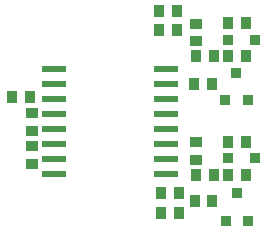
<source format=gtp>
G04 Layer_Color=8421504*
%FSLAX25Y25*%
%MOIN*%
G70*
G01*
G75*
%ADD10R,0.03543X0.03740*%
%ADD11R,0.03543X0.03740*%
%ADD12R,0.03347X0.04000*%
%ADD13R,0.03268X0.03268*%
%ADD14R,0.04000X0.03347*%
%ADD15R,0.03661X0.03858*%
%ADD16R,0.08000X0.02200*%
D10*
X76378Y16740D02*
D03*
X80118Y25992D02*
D03*
X76181Y56898D02*
D03*
X79921Y66150D02*
D03*
D11*
X83858Y16740D02*
D03*
X83662Y56898D02*
D03*
D12*
X83071Y32087D02*
D03*
X77165D02*
D03*
X83071Y71653D02*
D03*
X77165D02*
D03*
Y82677D02*
D03*
X83071D02*
D03*
X71653Y62205D02*
D03*
X65748D02*
D03*
X72441Y71653D02*
D03*
X66535D02*
D03*
X77165Y43110D02*
D03*
X83071D02*
D03*
X71850Y23228D02*
D03*
X65945D02*
D03*
X72441Y32087D02*
D03*
X66535D02*
D03*
D13*
X86083Y77165D02*
D03*
X77165D02*
D03*
X86024Y37598D02*
D03*
X77106D02*
D03*
D14*
X66535Y76575D02*
D03*
Y82480D02*
D03*
X66535Y37008D02*
D03*
Y42913D02*
D03*
X11811Y41732D02*
D03*
Y35827D02*
D03*
Y46654D02*
D03*
Y52559D02*
D03*
D15*
X5039Y58071D02*
D03*
X11102D02*
D03*
X60118Y86614D02*
D03*
X54055D02*
D03*
X60039Y80512D02*
D03*
X53976D02*
D03*
X60905Y19291D02*
D03*
X54843D02*
D03*
X60709Y25984D02*
D03*
X54646D02*
D03*
D16*
X18996Y62205D02*
D03*
Y57205D02*
D03*
Y52205D02*
D03*
Y47205D02*
D03*
Y42205D02*
D03*
Y37205D02*
D03*
Y32205D02*
D03*
X56496Y62205D02*
D03*
X18996Y67205D02*
D03*
X56496Y37205D02*
D03*
Y42205D02*
D03*
Y47205D02*
D03*
Y52205D02*
D03*
Y57205D02*
D03*
Y32205D02*
D03*
Y67205D02*
D03*
M02*

</source>
